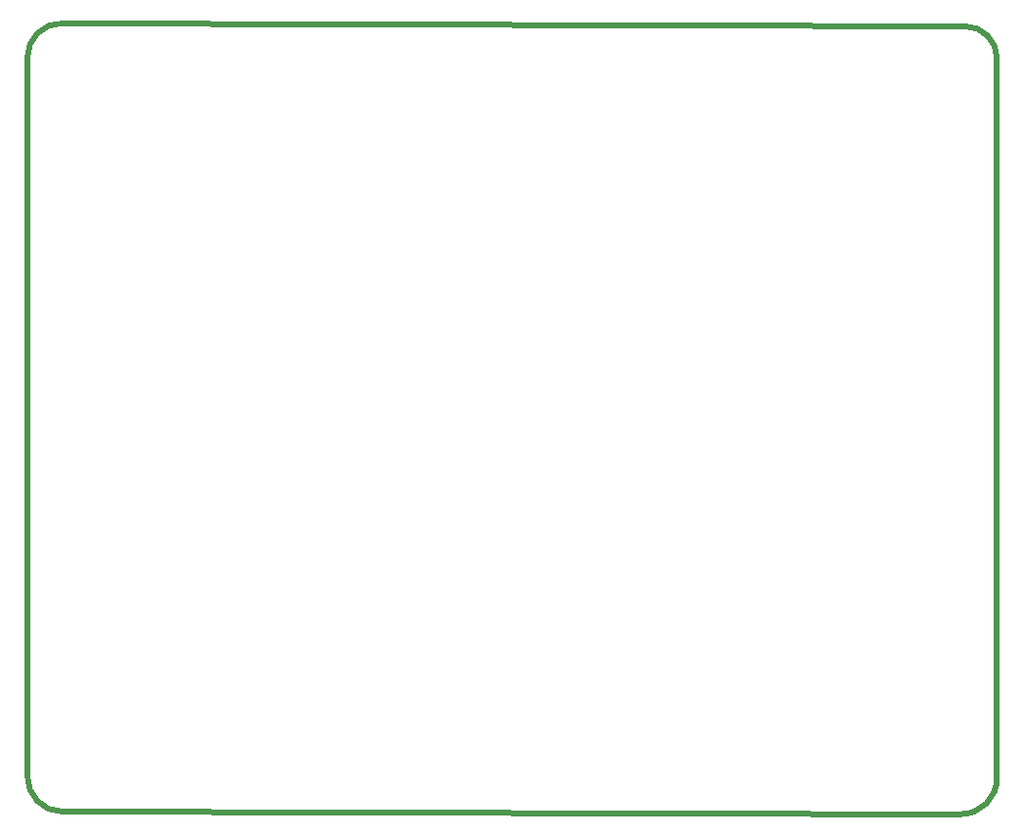
<source format=gko>
G04*
G04 #@! TF.GenerationSoftware,Altium Limited,Altium Designer,21.0.8 (223)*
G04*
G04 Layer_Color=16711935*
%FSTAX24Y24*%
%MOIN*%
G70*
G04*
G04 #@! TF.SameCoordinates,A57ED762-F1FC-47E5-BACA-E58B220B156E*
G04*
G04*
G04 #@! TF.FilePolarity,Positive*
G04*
G01*
G75*
%ADD16C,0.0200*%
D16*
X047386Y022703D02*
G03*
X048619Y023949I-000006J001238D01*
G01*
X015603Y023992D02*
G03*
X01679Y022786I001196J-00001D01*
G01*
X04862Y048424D02*
G03*
X047491Y049571I-001119J000027D01*
G01*
X016779Y049669D02*
G03*
X0156Y048491I0J-001178D01*
G01*
X0156Y048491D02*
X015603Y023992D01*
X04861Y04842D02*
X048619Y023949D01*
X016779Y049669D02*
X047491Y049571D01*
X01679Y022786D02*
X047386Y022703D01*
M02*

</source>
